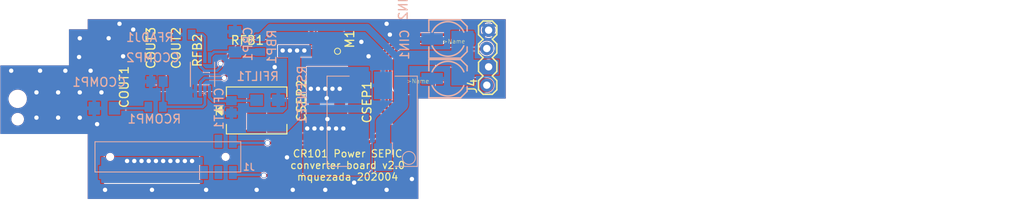
<source format=kicad_pcb>
(kicad_pcb (version 20171130) (host pcbnew "(5.1.5)-3")
  (layers (0 Top signal) (31 Bottom signal hide) (34 B.Paste user hide) (35 F.Paste user) (36 B.SilkS user hide) (37 F.SilkS user) (38 B.Mask user hide) (39 F.Mask user) (44 Edge.Cuts user))
  (net 0 "")
  (net 1 GND)
  (net 2 VCC)
  (net 3 5V)
  (net 4 /PowerBoard-Boost-v2_1/VCC_SENSE)
  (net 5 /PowerBoard-Boost-v2_1/BB)
  (net 6 /PowerBoard-Boost-v2_1/VIN)
  (net 7 /PowerBoard-Boost-v2_1/FA)
  (net 8 /PowerBoard-Boost-v2_1/DR)
  (net 9 /PowerBoard-Boost-v2_1/FB)
  (net 10 /PowerBoard-Boost-v2_1/COMP)
  (net 11 /PowerBoard-Boost-v2_1/ISEN)
  (net 12 /PowerBoard-Boost-v2_1/VIN3)
  (net 13 /PowerBoard-Boost-v2_1/VOUT)
  (net 14 /PowerBoard-Boost-v2_1/SOURCE)
  (net 15 /PowerBoard-Boost-v2_1/STAT)
  (net 16 "Net-(J1-Pad18)")
  (net 17 "Net-(J1-Pad17)")
  (net 18 "Net-(J1-Pad15)")
  (net 19 "Net-(CCOMP1-Pad1)")
  (module "" (layer Top) (at 115.90132 106.61573)
    (fp_text reference @HOLE0 hide)
    (fp_text value "" (at 0 0) (layer F.SilkS) (effects (font (size 1.27 1.27))))
    (pad "" np_thru_hole circle (at 0 0) (size 1.5 1.5) (drill 1.5) (layers *.Cu *.Mask))
  )
  (module "" (layer Top) (at 115.90132 103.79573)
    (fp_text reference @HOLE1 hide)
    (fp_text value "" (at 0 0) (layer F.SilkS) (effects (font (size 1.27 1.27))))
    (pad "" np_thru_hole circle (at 0 0) (size 2.3 2.3) (drill 2.3) (layers *.Cu *.Mask))
  )
  (module PowerBoard-Boost-v2:1X04_LOCK (layer Top) (at 181.00088 101.901399 90)
    (fp_text reference J4 (at -1.27 -1.397 90) (layer F.SilkS) (effects (font (size 1.2065 1.2065) (thickness 0.180975)) (justify left bottom)))
    (fp_text value CONN_04LOCK)
    (fp_line (start 8.89 -0.635) (end 8.89 0.635) (layer F.SilkS) (width 0.2032))
    (fp_line (start 0.635 1.27) (end -0.635 1.27) (layer F.SilkS) (width 0.2032))
    (fp_line (start -1.27 0.635) (end -0.635 1.27) (layer F.SilkS) (width 0.2032))
    (fp_line (start -0.635 -1.27) (end -1.27 -0.635) (layer F.SilkS) (width 0.2032))
    (fp_line (start -1.27 -0.635) (end -1.27 0.635) (layer F.SilkS) (width 0.2032))
    (fp_line (start 1.905 1.27) (end 1.27 0.635) (layer F.SilkS) (width 0.2032))
    (fp_line (start 3.175 1.27) (end 1.905 1.27) (layer F.SilkS) (width 0.2032))
    (fp_line (start 3.81 0.635) (end 3.175 1.27) (layer F.SilkS) (width 0.2032))
    (fp_line (start 3.175 -1.27) (end 3.81 -0.635) (layer F.SilkS) (width 0.2032))
    (fp_line (start 1.905 -1.27) (end 3.175 -1.27) (layer F.SilkS) (width 0.2032))
    (fp_line (start 1.27 -0.635) (end 1.905 -1.27) (layer F.SilkS) (width 0.2032))
    (fp_line (start 1.27 0.635) (end 0.635 1.27) (layer F.SilkS) (width 0.2032))
    (fp_line (start 0.635 -1.27) (end 1.27 -0.635) (layer F.SilkS) (width 0.2032))
    (fp_line (start -0.635 -1.27) (end 0.635 -1.27) (layer F.SilkS) (width 0.2032))
    (fp_line (start 8.255 1.27) (end 6.985 1.27) (layer F.SilkS) (width 0.2032))
    (fp_line (start 6.35 0.635) (end 6.985 1.27) (layer F.SilkS) (width 0.2032))
    (fp_line (start 6.985 -1.27) (end 6.35 -0.635) (layer F.SilkS) (width 0.2032))
    (fp_line (start 4.445 1.27) (end 3.81 0.635) (layer F.SilkS) (width 0.2032))
    (fp_line (start 5.715 1.27) (end 4.445 1.27) (layer F.SilkS) (width 0.2032))
    (fp_line (start 6.35 0.635) (end 5.715 1.27) (layer F.SilkS) (width 0.2032))
    (fp_line (start 5.715 -1.27) (end 6.35 -0.635) (layer F.SilkS) (width 0.2032))
    (fp_line (start 4.445 -1.27) (end 5.715 -1.27) (layer F.SilkS) (width 0.2032))
    (fp_line (start 3.81 -0.635) (end 4.445 -1.27) (layer F.SilkS) (width 0.2032))
    (fp_line (start 8.89 0.635) (end 8.255 1.27) (layer F.SilkS) (width 0.2032))
    (fp_line (start 8.255 -1.27) (end 8.89 -0.635) (layer F.SilkS) (width 0.2032))
    (fp_line (start 6.985 -1.27) (end 8.255 -1.27) (layer F.SilkS) (width 0.2032))
    (pad 4 thru_hole circle (at 7.62 0.127 180) (size 1.8796 1.8796) (drill 1.016) (layers *.Cu *.Mask) (net 1 GND))
    (pad 3 thru_hole circle (at 5.08 -0.127 180) (size 1.8796 1.8796) (drill 1.016) (layers *.Cu *.Mask) (net 4 /PowerBoard-Boost-v2_1/VCC_SENSE))
    (pad 2 thru_hole circle (at 2.54 0.127 180) (size 1.8796 1.8796) (drill 1.016) (layers *.Cu *.Mask) (net 5 /PowerBoard-Boost-v2_1/BB))
    (pad 1 thru_hole circle (at 0 -0.127 180) (size 1.8796 1.8796) (drill 1.016) (layers *.Cu *.Mask) (net 2 VCC))
  )
  (module PowerBoard-Boost-v2:DGK8-M (layer Bottom) (at 141.50088 100.401399 90)
    (fp_text reference U1 hide)
    (fp_text value LM3488QMM_NOPBDGK8-M hide)
    (fp_text user * (at -3.1496 1.3208 90) (layer B.SilkS) (effects (font (size 1.2065 1.2065) (thickness 0.0762)) (justify right bottom mirror)))
    (fp_line (start 1.6764 1.6764) (end -1.6764 1.6764) (layer B.SilkS) (width 0.1524))
    (fp_line (start -1.6764 -1.6764) (end 1.6764 -1.6764) (layer B.SilkS) (width 0.1524))
    (pad 8 smd rect (at 2.31335 0.975 90) (size 1.5279 0.481) (layers Bottom B.Paste B.Mask) (net 6 /PowerBoard-Boost-v2_1/VIN))
    (pad 7 smd rect (at 2.31335 0.325 90) (size 1.5279 0.481) (layers Bottom B.Paste B.Mask) (net 7 /PowerBoard-Boost-v2_1/FA))
    (pad 6 smd rect (at 2.31335 -0.325 90) (size 1.5279 0.481) (layers Bottom B.Paste B.Mask) (net 8 /PowerBoard-Boost-v2_1/DR))
    (pad 5 smd rect (at 2.31335 -0.975 90) (size 1.5279 0.481) (layers Bottom B.Paste B.Mask) (net 1 GND))
    (pad 4 smd rect (at -2.31335 -0.975 90) (size 1.5279 0.481) (layers Bottom B.Paste B.Mask) (net 1 GND))
    (pad 3 smd rect (at -2.31335 -0.325 90) (size 1.5279 0.481) (layers Bottom B.Paste B.Mask) (net 9 /PowerBoard-Boost-v2_1/FB))
    (pad 2 smd rect (at -2.31335 0.325 90) (size 1.5279 0.481) (layers Bottom B.Paste B.Mask) (net 10 /PowerBoard-Boost-v2_1/COMP))
    (pad 1 smd rect (at -2.31335 0.975 90) (size 1.5279 0.481) (layers Bottom B.Paste B.Mask) (net 11 /PowerBoard-Boost-v2_1/ISEN))
  )
  (module PowerBoard-Boost-v2:DRQ125 (layer Bottom) (at 165.00088 106.901399 90)
    (fp_text reference L1 hide)
    (fp_text value INDUCTOR_DUAL hide)
    (fp_line (start 6.25 6.25) (end 6.25 3.175) (layer B.SilkS) (width 0.127))
    (fp_line (start 6.25 -6.25) (end 6.25 -3.175) (layer B.SilkS) (width 0.127))
    (fp_line (start -6.25 -6.25) (end -6.25 -3.175) (layer B.SilkS) (width 0.127))
    (fp_line (start -6.25 6.25) (end -6.25 3.175) (layer B.SilkS) (width 0.127))
    (fp_circle (center -5.08 5.08) (end -4.181975 5.08) (layer B.SilkS) (width 0.127))
    (fp_line (start 6.25 -6.25) (end -6.25 -6.25) (layer B.SilkS) (width 0.127))
    (fp_line (start -6.25 6.25) (end 6.25 6.25) (layer B.SilkS) (width 0.127))
    (pad 3 smd rect (at 4.975 -1.5 90) (size 3.85 2.5) (layers Bottom B.Paste B.Mask) (net 12 /PowerBoard-Boost-v2_1/VIN3))
    (pad 2 smd rect (at -4.975 -1.5 90) (size 3.85 2.5) (layers Bottom B.Paste B.Mask) (net 13 /PowerBoard-Boost-v2_1/VOUT))
    (pad 4 smd rect (at 4.975 1.5 90) (size 3.85 2.5) (layers Bottom B.Paste B.Mask) (net 1 GND))
    (pad 1 smd rect (at -4.975 1.5 90) (size 3.85 2.5) (layers Bottom B.Paste B.Mask) (net 5 /PowerBoard-Boost-v2_1/BB))
  )
  (module PowerBoard-Boost-v2:C1206 (layer Top) (at 132.50088 102.401399 90)
    (fp_text reference COUT1 (at -2.77 -1.143 90) (layer F.SilkS) (effects (font (size 1.2065 1.2065) (thickness 0.180975)) (justify left bottom)))
    (fp_text value 47uF)
    (pad 2 smd rect (at 1.4 0 90) (size 1.6 1.8) (layers Top F.Paste F.Mask) (net 1 GND))
    (pad 1 smd rect (at -1.4 0 90) (size 1.6 1.8) (layers Top F.Paste F.Mask) (net 3 5V))
  )
  (module PowerBoard-Boost-v2:C1206 (layer Top) (at 138.50088 102.401399 90)
    (fp_text reference COUT2 (at 2.63 0.057 90) (layer F.SilkS) (effects (font (size 1.2065 1.2065) (thickness 0.180975)) (justify left bottom)))
    (fp_text value 47uF)
    (pad 2 smd rect (at 1.4 0 90) (size 1.6 1.8) (layers Top F.Paste F.Mask) (net 1 GND))
    (pad 1 smd rect (at -1.4 0 90) (size 1.6 1.8) (layers Top F.Paste F.Mask) (net 3 5V))
  )
  (module PowerBoard-Boost-v2:C1206 (layer Top) (at 135.50088 102.401399 90)
    (fp_text reference COUT3 (at 2.63 -0.443 90) (layer F.SilkS) (effects (font (size 1.2065 1.2065) (thickness 0.180975)) (justify left bottom)))
    (fp_text value 47uF)
    (pad 2 smd rect (at 1.4 0 90) (size 1.6 1.8) (layers Top F.Paste F.Mask) (net 1 GND))
    (pad 1 smd rect (at -1.4 0 90) (size 1.6 1.8) (layers Top F.Paste F.Mask) (net 3 5V))
  )
  (module PowerBoard-Boost-v2:C0805 (layer Bottom) (at 135.20088 101.401399 180)
    (fp_text reference CCOMP2 (at 4.40088 2.601399) (layer B.SilkS) (effects (font (size 1.2065 1.2065) (thickness 0.180975)) (justify right bottom mirror)))
    (fp_text value 15nF)
    (pad 2 smd rect (at 0.85 0 180) (size 1.3 1.5) (layers Bottom B.Paste B.Mask) (net 1 GND))
    (pad 1 smd rect (at -0.85 0 180) (size 1.3 1.5) (layers Bottom B.Paste B.Mask) (net 10 /PowerBoard-Boost-v2_1/COMP))
  )
  (module PowerBoard-Boost-v2:R1206 (layer Top) (at 141.50088 102.401399 270)
    (fp_text reference RFB2 (at -2.901399 0.00088 90) (layer F.SilkS) (effects (font (size 1.2065 1.2065) (thickness 0.180975)) (justify left bottom)))
    (fp_text value 29.4K)
    (pad 1 smd rect (at -1.422 0 270) (size 1.6 1.803) (layers Top F.Paste F.Mask) (net 9 /PowerBoard-Boost-v2_1/FB))
    (pad 2 smd rect (at 1.422 0 270) (size 1.6 1.803) (layers Top F.Paste F.Mask) (net 3 5V))
  )
  (module PowerBoard-Boost-v2:C0805 (layer Bottom) (at 145.50088 104.901399 270)
    (fp_text reference CFILT1 (at 3.298601 1.00088 270) (layer B.SilkS) (effects (font (size 1.2065 1.2065) (thickness 0.180975)) (justify right bottom mirror)))
    (fp_text value 1.5nF)
    (pad 2 smd rect (at 0.85 0 270) (size 1.3 1.5) (layers Bottom B.Paste B.Mask) (net 1 GND))
    (pad 1 smd rect (at -0.85 0 270) (size 1.3 1.5) (layers Bottom B.Paste B.Mask) (net 11 /PowerBoard-Boost-v2_1/ISEN))
  )
  (module PowerBoard-Boost-v2:R1206 (layer Bottom) (at 152.00088 105.401399 270)
    (fp_text reference RSENSE1 (at 1.998601 -3.99912 90) (layer B.SilkS) (effects (font (size 1.2065 1.2065) (thickness 0.180975)) (justify right bottom mirror)))
    (fp_text value 0.009)
    (pad 1 smd rect (at -1.422 0 270) (size 1.6 1.803) (layers Bottom B.Paste B.Mask) (net 1 GND))
    (pad 2 smd rect (at 1.422 0 270) (size 1.6 1.803) (layers Bottom B.Paste B.Mask) (net 14 /PowerBoard-Boost-v2_1/SOURCE))
  )
  (module PowerBoard-Boost-v2:C1206 (layer Bottom) (at 127.9 105.1 180)
    (fp_text reference CCOMP1 (at -3.1 2.9) (layer B.SilkS) (effects (font (size 1.2065 1.2065) (thickness 0.180975)) (justify left bottom mirror)))
    (fp_text value 0.47uF)
    (pad 2 smd rect (at 1.4 0 180) (size 1.6 1.8) (layers Bottom B.Paste B.Mask) (net 1 GND))
    (pad 1 smd rect (at -1.4 0 180) (size 1.6 1.8) (layers Bottom B.Paste B.Mask) (net 19 "Net-(CCOMP1-Pad1)"))
  )
  (module PowerBoard-Boost-v2:C0805 (layer Top) (at 160.50088 104.901399 90)
    (fp_text reference CSEP1 (at -2.389 4.484 90) (layer F.SilkS) (effects (font (size 1.2065 1.2065) (thickness 0.180975)) (justify left bottom)))
    (fp_text value 3.3uF)
    (pad 2 smd rect (at 0.85 0 90) (size 1.3 1.5) (layers Top F.Paste F.Mask) (net 12 /PowerBoard-Boost-v2_1/VIN3))
    (pad 1 smd rect (at -0.85 0 90) (size 1.3 1.5) (layers Top F.Paste F.Mask) (net 13 /PowerBoard-Boost-v2_1/VOUT))
  )
  (module PowerBoard-Boost-v2:C0805 (layer Top) (at 157.00088 104.901399 90)
    (fp_text reference CSEP2 (at -2.189 -1.116 90) (layer F.SilkS) (effects (font (size 1.2065 1.2065) (thickness 0.180975)) (justify left bottom)))
    (fp_text value 3.3uF)
    (pad 2 smd rect (at 0.85 0 90) (size 1.3 1.5) (layers Top F.Paste F.Mask) (net 12 /PowerBoard-Boost-v2_1/VIN3))
    (pad 1 smd rect (at -0.85 0 90) (size 1.3 1.5) (layers Top F.Paste F.Mask) (net 13 /PowerBoard-Boost-v2_1/VOUT))
  )
  (module PowerBoard-Boost-v2:R1206 (layer Top) (at 147.50088 99.401399 180)
    (fp_text reference RFB1 (at 2.20088 3.001399) (layer F.SilkS) (effects (font (size 1.2065 1.2065) (thickness 0.180975)) (justify left bottom)))
    (fp_text value 10k)
    (pad 1 smd rect (at -1.422 0 180) (size 1.6 1.803) (layers Top F.Paste F.Mask) (net 1 GND))
    (pad 2 smd rect (at 1.422 0 180) (size 1.6 1.803) (layers Top F.Paste F.Mask) (net 9 /PowerBoard-Boost-v2_1/FB))
  )
  (module PowerBoard-Boost-v2:C1206 (layer Bottom) (at 146.00088 95.901399 90)
    (fp_text reference CBP1 (at -2.798601 2.49912 90) (layer B.SilkS) (effects (font (size 1.2065 1.2065) (thickness 0.180975)) (justify right bottom mirror)))
    (fp_text value 0.1uF)
    (pad 2 smd rect (at 1.4 0 90) (size 1.6 1.8) (layers Bottom B.Paste B.Mask) (net 1 GND))
    (pad 1 smd rect (at -1.4 0 90) (size 1.6 1.8) (layers Bottom B.Paste B.Mask) (net 6 /PowerBoard-Boost-v2_1/VIN))
  )
  (module PowerBoard-Boost-v2:R1206 (layer Bottom) (at 149.00088 105.401399 90)
    (fp_text reference RFILT1 (at 4.001399 -2.90088 180) (layer B.SilkS) (effects (font (size 1.2065 1.2065) (thickness 0.180975)) (justify right bottom mirror)))
    (fp_text value 100)
    (pad 1 smd rect (at -1.422 0 90) (size 1.6 1.803) (layers Bottom B.Paste B.Mask) (net 14 /PowerBoard-Boost-v2_1/SOURCE))
    (pad 2 smd rect (at 1.422 0 90) (size 1.6 1.803) (layers Bottom B.Paste B.Mask) (net 11 /PowerBoard-Boost-v2_1/ISEN))
  )
  (module PowerBoard-Boost-v2:R0805 (layer Bottom) (at 139.00088 94.901399)
    (fp_text reference RFADJ1 (at -8.20088 1.098601 180) (layer B.SilkS) (effects (font (size 1.2065 1.2065) (thickness 0.180975)) (justify right bottom mirror)))
    (fp_text value 76.8K)
    (pad 2 smd rect (at 1 0) (size 1.1 1.4) (layers Bottom B.Paste B.Mask) (net 7 /PowerBoard-Boost-v2_1/FA))
    (pad 1 smd rect (at -1 0) (size 1.1 1.4) (layers Bottom B.Paste B.Mask) (net 1 GND))
  )
  (module PowerBoard-Boost-v2:R0805 (layer Bottom) (at 149.50088 96.301399 90)
    (fp_text reference RBP1 (at -2.798601 2.29912 90) (layer B.SilkS) (effects (font (size 1.2065 1.2065) (thickness 0.180975)) (justify right bottom mirror)))
    (fp_text value 20)
    (pad 2 smd rect (at 1 0 90) (size 1.1 1.4) (layers Bottom B.Paste B.Mask) (net 5 /PowerBoard-Boost-v2_1/BB))
    (pad 1 smd rect (at -1 0 90) (size 1.1 1.4) (layers Bottom B.Paste B.Mask) (net 6 /PowerBoard-Boost-v2_1/VIN))
  )
  (module PowerBoard-Boost-v2:R0805 (layer Bottom) (at 135.00088 104.901399)
    (fp_text reference RCOMP1 (at -4.00088 2.398601) (layer B.SilkS) (effects (font (size 1.2065 1.2065) (thickness 0.180975)) (justify right bottom mirror)))
    (fp_text value 215)
    (pad 2 smd rect (at 1 0) (size 1.1 1.4) (layers Bottom B.Paste B.Mask) (net 10 /PowerBoard-Boost-v2_1/COMP))
    (pad 1 smd rect (at -1 0) (size 1.1 1.4) (layers Bottom B.Paste B.Mask) (net 19 "Net-(CCOMP1-Pad1)"))
  )
  (module PowerBoard-Boost-v2:8SOIC (layer Top) (at 158.50088 97.901399 180)
    (fp_text reference M1 (at -4.09912 1.001399 90) (layer F.SilkS) (effects (font (size 1.2065 1.2065) (thickness 0.180975)) (justify left bottom)))
    (fp_text value MOSFET_NSI4778DY)
    (fp_circle (center -1.7 0.7) (end -1.275738 0.7) (layer F.SilkS) (width 0.127))
    (pad 5 smd rect (at 1.905 -2.6 180) (size 0.6 2.2) (layers Top F.Paste F.Mask) (net 12 /PowerBoard-Boost-v2_1/VIN3))
    (pad 6 smd rect (at 0.635 -2.6 180) (size 0.6 2.2) (layers Top F.Paste F.Mask) (net 12 /PowerBoard-Boost-v2_1/VIN3))
    (pad 8 smd rect (at -1.905 -2.6 180) (size 0.6 2.2) (layers Top F.Paste F.Mask) (net 12 /PowerBoard-Boost-v2_1/VIN3))
    (pad 4 smd rect (at 1.905 2.6 180) (size 0.6 2.2) (layers Top F.Paste F.Mask) (net 8 /PowerBoard-Boost-v2_1/DR))
    (pad 3 smd rect (at 0.635 2.6 180) (size 0.6 2.2) (layers Top F.Paste F.Mask) (net 14 /PowerBoard-Boost-v2_1/SOURCE))
    (pad 1 smd rect (at -1.905 2.6 180) (size 0.6 2.2) (layers Top F.Paste F.Mask) (net 14 /PowerBoard-Boost-v2_1/SOURCE))
    (pad 7 smd rect (at -0.635 -2.6 180) (size 0.6 2.2) (layers Top F.Paste F.Mask) (net 12 /PowerBoard-Boost-v2_1/VIN3))
    (pad 2 smd rect (at -0.635 2.6 180) (size 0.6 2.2) (layers Top F.Paste F.Mask) (net 14 /PowerBoard-Boost-v2_1/SOURCE))
  )
  (module PowerBoard-Boost-v2:DIODE_DO214AB-M (layer Top) (at 149.00088 105.401399)
    (fp_text reference D1 hide)
    (fp_text value SL44-E3_57TDIODE_DO214AB-M hide)
    (fp_line (start 4.191 -1.9304) (end 4.191 -3.2512) (layer F.SilkS) (width 0.1524))
    (fp_line (start -4.191 1.9304) (end -4.191 3.2512) (layer F.SilkS) (width 0.1524))
    (fp_line (start -4.191 -3.2512) (end -4.191 -1.9304) (layer F.SilkS) (width 0.1524))
    (fp_line (start 4.191 -3.2512) (end -4.191 -3.2512) (layer F.SilkS) (width 0.1524))
    (fp_line (start 4.191 3.2512) (end 4.191 1.9304) (layer F.SilkS) (width 0.1524))
    (fp_line (start -4.191 3.2512) (end 4.191 3.2512) (layer F.SilkS) (width 0.1524))
    (fp_line (start -4.826 -0.127) (end -4.826 0.127) (layer F.SilkS) (width 0.1524))
    (fp_line (start -5.588 0) (end -4.826 0.127) (layer F.SilkS) (width 0.1524))
    (fp_line (start -5.588 0) (end -4.826 0.254) (layer F.SilkS) (width 0.1524))
    (fp_line (start -5.588 0) (end -4.826 0.381) (layer F.SilkS) (width 0.1524))
    (fp_line (start -5.588 0) (end -4.826 0.508) (layer F.SilkS) (width 0.1524))
    (fp_line (start -5.588 0) (end -4.826 0.635) (layer F.SilkS) (width 0.1524))
    (fp_line (start -5.588 0) (end -4.826 -0.127) (layer F.SilkS) (width 0.1524))
    (fp_line (start -5.588 0) (end -4.826 -0.254) (layer F.SilkS) (width 0.1524))
    (fp_line (start -5.588 0) (end -4.826 -0.381) (layer F.SilkS) (width 0.1524))
    (fp_line (start -5.588 0) (end -4.826 -0.508) (layer F.SilkS) (width 0.1524))
    (fp_line (start -5.588 0) (end -4.826 -0.635) (layer F.SilkS) (width 0.1524))
    (fp_line (start -5.588 -0.635) (end -5.588 0) (layer F.SilkS) (width 0.1524))
    (fp_line (start -5.588 0) (end -5.842 0) (layer F.SilkS) (width 0.1524))
    (fp_line (start -4.826 0.508) (end -4.826 0.635) (layer F.SilkS) (width 0.1524))
    (fp_line (start -4.826 0.381) (end -4.826 0.508) (layer F.SilkS) (width 0.1524))
    (fp_line (start -4.826 0.254) (end -4.826 0.381) (layer F.SilkS) (width 0.1524))
    (fp_line (start -4.826 0.127) (end -4.826 0.254) (layer F.SilkS) (width 0.1524))
    (fp_line (start -4.826 -0.254) (end -4.826 -0.127) (layer F.SilkS) (width 0.1524))
    (fp_line (start -4.826 -0.381) (end -4.826 -0.254) (layer F.SilkS) (width 0.1524))
    (fp_line (start -4.826 -0.508) (end -4.826 -0.381) (layer F.SilkS) (width 0.1524))
    (fp_line (start -4.826 -0.635) (end -4.826 -0.508) (layer F.SilkS) (width 0.1524))
    (fp_line (start -5.588 0) (end -5.588 0.635) (layer F.SilkS) (width 0.1524))
    (fp_line (start -4.6482 0) (end -5.588 0) (layer F.SilkS) (width 0.1524))
    (pad 2 smd rect (at 3.027 0 90) (size 3.2204 2.574) (layers Top F.Paste F.Mask) (net 13 /PowerBoard-Boost-v2_1/VOUT))
    (pad 1 smd rect (at -3.027 0 90) (size 3.2204 2.574) (layers Top F.Paste F.Mask) (net 3 5V))
  )
  (module PowerBoard-Boost-v2:153CLV-0505 (layer Bottom) (at 175.5 101)
    (fp_text reference CIN1 (at -5.3 -2.5 -90) (layer B.SilkS) (effects (font (size 1.2065 1.2065) (thickness 0.180975)) (justify right bottom mirror)))
    (fp_text value 3.3uF)
    (fp_arc (start 0 0) (end -2.2 0.95) (angle -133.28887) (layer B.SilkS) (width 0.2032))
    (fp_arc (start 0 0) (end -2.2 -0.95) (angle 133.28887) (layer B.SilkS) (width 0.2032))
    (fp_line (start 1.75 2.65) (end 2.65 1.75) (layer B.SilkS) (width 0.2032))
    (fp_line (start 2.65 -1.75) (end 1.75 -2.65) (layer B.SilkS) (width 0.2032))
    (fp_line (start 2.65 -1.1) (end 2.65 -1.75) (layer B.SilkS) (width 0.2032))
    (fp_line (start 2.65 1.75) (end 2.65 1.1) (layer B.SilkS) (width 0.2032))
    (fp_line (start -2.65 2.65) (end 1.75 2.65) (layer B.SilkS) (width 0.2032))
    (fp_line (start -2.65 1.1) (end -2.65 2.65) (layer B.SilkS) (width 0.2032))
    (fp_line (start -2.65 -2.65) (end -2.65 -1.1) (layer B.SilkS) (width 0.2032))
    (fp_line (start 1.75 -2.65) (end -2.65 -2.65) (layer B.SilkS) (width 0.2032))
    (pad - smd rect (at -2.2 0) (size 3 1.6) (layers Bottom B.Paste B.Mask) (net 1 GND))
    (pad + smd rect (at 2.2 0) (size 3 1.6) (layers Bottom B.Paste B.Mask) (net 5 /PowerBoard-Boost-v2_1/BB))
  )
  (module PowerBoard-Boost-v2:153CLV-0505 (layer Bottom) (at 175.5 95.5)
    (fp_text reference CIN2 (at -5.5 -2.5 -90) (layer B.SilkS) (effects (font (size 1.2065 1.2065) (thickness 0.180975)) (justify right bottom mirror)))
    (fp_text value 3.3uF)
    (fp_arc (start 0 0) (end -2.2 0.95) (angle -133.28887) (layer B.SilkS) (width 0.2032))
    (fp_arc (start 0 0) (end -2.2 -0.95) (angle 133.28887) (layer B.SilkS) (width 0.2032))
    (fp_line (start 1.75 2.65) (end 2.65 1.75) (layer B.SilkS) (width 0.2032))
    (fp_line (start 2.65 -1.75) (end 1.75 -2.65) (layer B.SilkS) (width 0.2032))
    (fp_line (start 2.65 -1.1) (end 2.65 -1.75) (layer B.SilkS) (width 0.2032))
    (fp_line (start 2.65 1.75) (end 2.65 1.1) (layer B.SilkS) (width 0.2032))
    (fp_line (start -2.65 2.65) (end 1.75 2.65) (layer B.SilkS) (width 0.2032))
    (fp_line (start -2.65 1.1) (end -2.65 2.65) (layer B.SilkS) (width 0.2032))
    (fp_line (start -2.65 -2.65) (end -2.65 -1.1) (layer B.SilkS) (width 0.2032))
    (fp_line (start 1.75 -2.65) (end -2.65 -2.65) (layer B.SilkS) (width 0.2032))
    (pad - smd rect (at -2.2 0) (size 3 1.6) (layers Bottom B.Paste B.Mask) (net 1 GND))
    (pad + smd rect (at 2.2 0) (size 3 1.6) (layers Bottom B.Paste B.Mask) (net 5 /PowerBoard-Boost-v2_1/BB))
  )
  (module PowerBoard-Boost-v2:TEST_POINT_ROUND_1MM (layer Top) (at 171.00088 100.401399)
    (fp_text reference TP1 hide)
    (fp_text value Charger+ hide)
    (fp_text user >Name (at -1.27 1.27) (layer F.SilkS) (effects (font (size 0.57912 0.57912) (thickness 0.048768)) (justify left bottom)))
    (pad 1 smd roundrect (at 0 0) (size 1 1) (layers Top F.Paste F.Mask) (roundrect_rratio 0.5) (net 2 VCC))
  )
  (module PowerBoard-Boost-v2:2X10-2MM (layer Bottom) (at 136.70088 111.833469)
    (fp_text reference J1 hide)
    (fp_text value 2X10-2MMSMD hide)
    (fp_line (start -10.095 2.095) (end -10.095 -2.095) (layer B.SilkS) (width 0.127))
    (fp_line (start 10.095 2.095) (end 10.095 -2.095) (layer B.SilkS) (width 0.127))
    (fp_line (start -10.095 2.095) (end 10.095 2.095) (layer B.SilkS) (width 0.127))
    (fp_line (start -10.095 -2.095) (end 10.095 -2.095) (layer B.SilkS) (width 0.127))
    (fp_text user J1 (at 10.29912 1.966531) (layer B.SilkS) (effects (font (size 0.95 0.95) (thickness 0.17)) (justify right bottom mirror)))
    (pad "" np_thru_hole circle (at 8 0) (size 0.89 0.89) (drill 0.89) (layers *.Cu *.Mask))
    (pad "" np_thru_hole circle (at -8 0) (size 0.89 0.89) (drill 0.89) (layers *.Cu *.Mask))
    (pad 9 smd rect (at -1 2.16 270) (size 1.83 1.12) (layers Bottom B.Paste B.Mask) (net 3 5V))
    (pad 7 smd rect (at -3 2.16 270) (size 1.83 1.12) (layers Bottom B.Paste B.Mask) (net 3 5V))
    (pad 5 smd rect (at -5 2.16 270) (size 1.83 1.12) (layers Bottom B.Paste B.Mask) (net 3 5V))
    (pad 3 smd rect (at -7 2.16 270) (size 1.83 1.12) (layers Bottom B.Paste B.Mask) (net 3 5V))
    (pad 1 smd rect (at -9 2.16 270) (size 1.83 1.12) (layers Bottom B.Paste B.Mask) (net 3 5V))
    (pad 11 smd rect (at 1 2.16 270) (size 1.83 1.12) (layers Bottom B.Paste B.Mask) (net 3 5V))
    (pad 13 smd rect (at 3 2.16 270) (size 1.83 1.12) (layers Bottom B.Paste B.Mask) (net 3 5V))
    (pad 15 smd rect (at 5 2.16 270) (size 1.83 1.12) (layers Bottom B.Paste B.Mask) (net 18 "Net-(J1-Pad15)"))
    (pad 17 smd rect (at 7 2.16 270) (size 1.83 1.12) (layers Bottom B.Paste B.Mask) (net 17 "Net-(J1-Pad17)"))
    (pad 19 smd rect (at 9 2.16 270) (size 1.83 1.12) (layers Bottom B.Paste B.Mask) (net 4 /PowerBoard-Boost-v2_1/VCC_SENSE))
    (pad 2 smd rect (at -9 -2.16 270) (size 1.83 1.12) (layers Bottom B.Paste B.Mask) (net 1 GND))
    (pad 4 smd rect (at -7 -2.16 270) (size 1.83 1.12) (layers Bottom B.Paste B.Mask) (net 1 GND))
    (pad 6 smd rect (at -5 -2.16 270) (size 1.83 1.12) (layers Bottom B.Paste B.Mask) (net 1 GND))
    (pad 8 smd rect (at -3 -2.16 270) (size 1.83 1.12) (layers Bottom B.Paste B.Mask) (net 1 GND))
    (pad 10 smd rect (at -1 -2.16 270) (size 1.83 1.12) (layers Bottom B.Paste B.Mask) (net 1 GND))
    (pad 12 smd rect (at 1 -2.16 270) (size 1.83 1.12) (layers Bottom B.Paste B.Mask) (net 1 GND))
    (pad 14 smd rect (at 3 -2.16 270) (size 1.83 1.12) (layers Bottom B.Paste B.Mask) (net 1 GND))
    (pad 16 smd rect (at 5 -2.16 270) (size 1.83 1.12) (layers Bottom B.Paste B.Mask) (net 1 GND))
    (pad 18 smd rect (at 7 -2.16 270) (size 1.83 1.12) (layers Bottom B.Paste B.Mask) (net 16 "Net-(J1-Pad18)"))
    (pad 20 smd rect (at 9 -2.16 270) (size 1.83 1.12) (layers Bottom B.Paste B.Mask) (net 15 /PowerBoard-Boost-v2_1/STAT))
  )
  (module PowerBoard-Boost-v2:TEST_POINT_ROUND_1MM (layer Top) (at 176.00088 94.901399)
    (fp_text reference TP2 hide)
    (fp_text value STAT hide)
    (fp_text user >Name (at -1.27 1.27) (layer F.SilkS) (effects (font (size 0.57912 0.57912) (thickness 0.048768)) (justify left bottom)))
    (pad 1 smd roundrect (at 0 0) (size 1 1) (layers Top F.Paste F.Mask) (roundrect_rratio 0.5) (net 15 /PowerBoard-Boost-v2_1/STAT))
  )
  (gr_text "CR101 Power SEPIC\nconverter board v2.0\nmquezada 202004" (at 161.6 113) (layer F.SilkS) (effects (font (size 1 1))))
  (gr_line (start 183.5 103.763468) (end 183.5 92.763468) (layer Edge.Cuts) (width 0.001))
  (gr_line (start 171.40132 117.663468) (end 171.40132 103.763468) (layer Edge.Cuts) (width 0.001))
  (gr_line (start 113.50132 99.163468) (end 113.50132 108.663468) (layer Edge.Cuts) (width 0.001))
  (gr_line (start 113.50132 108.663468) (end 125.60132 108.663468) (layer Edge.Cuts) (width 0.001))
  (gr_line (start 171.40132 103.763468) (end 183.5 103.763468) (layer Edge.Cuts) (width 0.001))
  (gr_line (start 125.60132 92.763468) (end 125.60132 94.163468) (layer Edge.Cuts) (width 0.001))
  (gr_line (start 125.60132 117.663468) (end 171.40132 117.663468) (layer Edge.Cuts) (width 0.001))
  (gr_line (start 125.60132 108.663468) (end 125.60132 117.663468) (layer Edge.Cuts) (width 0.001))
  (gr_line (start 123.00132 99.163468) (end 113.50132 99.163468) (layer Edge.Cuts) (width 0.001))
  (gr_line (start 125.60132 94.163468) (end 123.00132 94.163468) (layer Edge.Cuts) (width 0.001))
  (gr_line (start 183.5 92.763468) (end 125.60132 92.763468) (layer Edge.Cuts) (width 0.001))
  (gr_line (start 123.00132 94.163468) (end 123.00132 99.163468) (layer Edge.Cuts) (width 0.001))
  (via (at 128.00088 116.401399) (size 0.7524) (drill 0.6) (layers Top Bottom) (net 1))
  (via (at 149.00088 116.401399) (size 0.7524) (drill 0.6) (layers Top Bottom) (net 1))
  (via (at 153.2 111.9) (size 0.7524) (drill 0.6) (layers Top Bottom) (net 1))
  (via (at 151.50088 99.401399) (size 0.7524) (drill 0.6) (layers Top Bottom) (net 1))
  (via (at 167.00088 93.401399) (size 0.7524) (drill 0.6) (layers Top Bottom) (net 1))
  (via (at 163.50088 95.901399) (size 0.7524) (drill 0.6) (layers Top Bottom) (net 1))
  (via (at 162.50088 115.401399) (size 0.7524) (drill 0.6) (layers Top Bottom) (net 1))
  (via (at 170.50088 114.901399) (size 0.7524) (drill 0.6) (layers Top Bottom) (net 1))
  (via (at 167.00088 116.401399) (size 0.7524) (drill 0.6) (layers Top Bottom) (net 1))
  (via (at 167.45088 94.901399) (size 0.7524) (drill 0.6) (layers Top Bottom) (net 1))
  (via (at 158.50088 116.401399) (size 0.7524) (drill 0.6) (layers Top Bottom) (net 1))
  (via (at 130.00088 93.401399) (size 0.7524) (drill 0.6) (layers Top Bottom) (net 1))
  (via (at 164.50088 97.901399) (size 0.7524) (drill 0.6) (layers Top Bottom) (net 1))
  (via (at 154.00088 116.401399) (size 0.7524) (drill 0.6) (layers Top Bottom) (net 1))
  (via (at 142.00088 116.401399) (size 0.7524) (drill 0.6) (layers Top Bottom) (net 1))
  (via (at 134.50088 116.401399) (size 0.7524) (drill 0.6) (layers Top Bottom) (net 1))
  (via (at 119.00088 99.901399) (size 0.7524) (drill 0.6) (layers Top Bottom) (net 1))
  (via (at 115.00088 99.901399) (size 0.7524) (drill 0.6) (layers Top Bottom) (net 1))
  (via (at 122.50088 99.901399) (size 0.7524) (drill 0.6) (layers Top Bottom) (net 1))
  (via (at 131.9 94.2) (size 0.7524) (drill 0.6) (layers Top Bottom) (net 1))
  (via (at 127.50088 102.901399) (size 0.7524) (drill 0.6) (layers Top Bottom) (net 1))
  (via (at 128.50088 95.401399) (size 0.7524) (drill 0.6) (layers Top Bottom) (net 1))
  (via (at 126.9 107.3) (size 0.7524) (drill 0.6) (layers Top Bottom) (net 1))
  (via (at 124.50088 106.401399) (size 0.7524) (drill 0.6) (layers Top Bottom) (net 1))
  (via (at 126.00088 99.901399) (size 0.7524) (drill 0.6) (layers Top Bottom) (net 1))
  (via (at 124.50088 102.901399) (size 0.7524) (drill 0.6) (layers Top Bottom) (net 1))
  (via (at 121.50088 106.401399) (size 0.7524) (drill 0.6) (layers Top Bottom) (net 1))
  (via (at 130.50088 97.901399) (size 0.7524) (drill 0.6) (layers Top Bottom) (net 1))
  (via (at 121.50088 102.901399) (size 0.7524) (drill 0.6) (layers Top Bottom) (net 1))
  (via (at 118.50088 102.901399) (size 0.7524) (drill 0.6) (layers Top Bottom) (net 1))
  (via (at 118.50088 106.401399) (size 0.7524) (drill 0.6) (layers Top Bottom) (net 1))
  (via (at 124.50088 95.401399) (size 0.7524) (drill 0.6) (layers Top Bottom) (net 1))
  (via (at 124.40088 98.001399) (size 0.7524) (drill 0.6) (layers Top Bottom) (net 1))
  (segment (start 180.87388 101.901399) (end 177.00088 101.901399) (width 2) (layer Top) (net 2))
  (segment (start 177.00088 101.901399) (end 175.50088 100.401399) (width 2) (layer Top) (net 2))
  (segment (start 175.50088 100.401399) (end 171.00088 100.401399) (width 2) (layer Top) (net 2))
  (via (at 131.05088 112.401399) (size 0.7524) (drill 0.6) (layers Top Bottom) (net 3))
  (via (at 132.05088 112.401399) (size 0.7524) (drill 0.6) (layers Top Bottom) (net 3))
  (via (at 133.05088 112.401399) (size 0.7524) (drill 0.6) (layers Top Bottom) (net 3))
  (via (at 134.05088 112.401399) (size 0.7524) (drill 0.6) (layers Top Bottom) (net 3))
  (via (at 135.05088 112.401399) (size 0.7524) (drill 0.6) (layers Top Bottom) (net 3))
  (via (at 136.05088 112.401399) (size 0.7524) (drill 0.6) (layers Top Bottom) (net 3))
  (via (at 137.05088 112.401399) (size 0.7524) (drill 0.6) (layers Top Bottom) (net 3))
  (via (at 138.05088 112.401399) (size 0.7524) (drill 0.6) (layers Top Bottom) (net 3))
  (via (at 139.05088 112.401399) (size 0.7524) (drill 0.6) (layers Top Bottom) (net 3))
  (via (at 140.05088 112.401399) (size 0.7524) (drill 0.6) (layers Top Bottom) (net 3))
  (segment (start 145.70088 114.311399) (end 149.91088 114.311399) (width 0.4) (layer Bottom) (net 4))
  (segment (start 149.91088 114.311399) (end 150.00088 114.401399) (width 0.4) (layer Bottom) (net 4))
  (via (at 150.00088 114.401399) (size 0.7524) (drill 0.6) (layers Top Bottom) (net 4))
  (segment (start 150.00088 114.401399) (end 164.50088 114.401399) (width 0.4) (layer Top) (net 4))
  (segment (start 164.50088 114.401399) (end 167.50088 111.401399) (width 0.4) (layer Top) (net 4))
  (segment (start 167.50088 111.401399) (end 167.50088 97.901399) (width 0.4) (layer Top) (net 4))
  (segment (start 167.50088 97.901399) (end 169.00088 96.401399) (width 0.4) (layer Top) (net 4))
  (segment (start 169.00088 96.401399) (end 177.50088 96.401399) (width 0.4) (layer Top) (net 4))
  (segment (start 177.50088 96.401399) (end 178.00088 96.901399) (width 0.4) (layer Top) (net 4))
  (segment (start 178.00088 96.901399) (end 180.79388 96.901399) (width 0.4) (layer Top) (net 4))
  (segment (start 180.79388 96.901399) (end 180.87388 96.821399) (width 0.4) (layer Top) (net 4))
  (segment (start 169.00088 98.101399) (end 177.30088 98.101399) (width 2) (layer Bottom) (net 5))
  (segment (start 177.30088 98.101399) (end 177.40088 98.201399) (width 2) (layer Bottom) (net 5))
  (segment (start 177.40088 98.201399) (end 177.40088 100.601399) (width 2) (layer Bottom) (net 5))
  (segment (start 177.40088 100.601399) (end 177.70088 100.901399) (width 2) (layer Bottom) (net 5))
  (segment (start 164.30088 93.901399) (end 168.50088 98.101399) (width 1) (layer Bottom) (net 5))
  (segment (start 164.30088 93.901399) (end 150.90088 93.901399) (width 1) (layer Bottom) (net 5))
  (segment (start 150.90088 93.901399) (end 149.50088 95.301399) (width 1) (layer Bottom) (net 5))
  (segment (start 169.00088 104.569369) (end 169.00088 98.101399) (width 2) (layer Bottom) (net 5))
  (segment (start 166.50088 107.069369) (end 169.00088 104.569369) (width 2) (layer Bottom) (net 5))
  (segment (start 166.50088 111.876399) (end 166.50088 107.069369) (width 2) (layer Bottom) (net 5))
  (segment (start 142.47588 98.088049) (end 142.47588 97.926399) (width 0.4) (layer Bottom) (net 6))
  (segment (start 142.47588 97.926399) (end 143.10088 97.301399) (width 0.4) (layer Bottom) (net 6))
  (segment (start 143.10088 97.301399) (end 146.00088 97.301399) (width 0.4) (layer Bottom) (net 6))
  (segment (start 149.50088 97.301399) (end 146.00088 97.301399) (width 1) (layer Bottom) (net 6))
  (segment (start 141.82588 98.088049) (end 141.82588 95.226399) (width 0.4) (layer Bottom) (net 7))
  (segment (start 141.82588 95.226399) (end 141.50088 94.901399) (width 0.4) (layer Bottom) (net 7))
  (segment (start 141.50088 94.901399) (end 140.00088 94.901399) (width 0.4) (layer Bottom) (net 7))
  (segment (start 156.59588 95.301399) (end 147.60088 95.301399) (width 0.4) (layer Top) (net 8))
  (segment (start 147.60088 95.301399) (end 144.00088 98.901399) (width 0.4) (layer Top) (net 8))
  (via (at 144.00088 98.901399) (size 0.7524) (drill 0.6) (layers Top Bottom) (net 8))
  (segment (start 144.00088 98.901399) (end 144.00088 99.401399) (width 0.4) (layer Bottom) (net 8))
  (segment (start 144.00088 99.401399) (end 143.50088 99.901399) (width 0.4) (layer Bottom) (net 8))
  (segment (start 143.50088 99.901399) (end 141.80088 99.901399) (width 0.4) (layer Bottom) (net 8))
  (segment (start 141.80088 99.901399) (end 141.20088 99.301399) (width 0.4) (layer Bottom) (net 8))
  (segment (start 141.20088 99.301399) (end 141.20088 98.113049) (width 0.4) (layer Bottom) (net 8))
  (segment (start 141.20088 98.113049) (end 141.17588 98.088049) (width 0.4) (layer Bottom) (net 8))
  (segment (start 146.07888 99.401399) (end 145.50088 99.901399) (width 0.4) (layer Top) (net 9))
  (segment (start 145.50088 99.901399) (end 144.50088 100.901399) (width 0.4) (layer Top) (net 9))
  (via (at 144.50088 100.901399) (size 0.7524) (drill 0.6) (layers Top Bottom) (net 9))
  (segment (start 144.50088 100.901399) (end 141.80088 100.901399) (width 0.4) (layer Bottom) (net 9))
  (segment (start 141.80088 100.901399) (end 141.20088 101.501399) (width 0.4) (layer Bottom) (net 9))
  (segment (start 141.20088 101.501399) (end 141.20088 102.689749) (width 0.4) (layer Bottom) (net 9))
  (segment (start 141.20088 102.689749) (end 141.17588 102.714749) (width 0.4) (layer Bottom) (net 9))
  (segment (start 141.50088 100.979399) (end 144.42288 100.979399) (width 0.4) (layer Top) (net 9))
  (segment (start 144.42288 100.979399) (end 144.50088 100.901399) (width 0.4) (layer Top) (net 9))
  (segment (start 141.82588 102.714749) (end 141.82588 104.576399) (width 0.4) (layer Bottom) (net 10))
  (segment (start 141.82588 104.576399) (end 141.50088 104.901399) (width 0.4) (layer Bottom) (net 10))
  (segment (start 141.50088 104.901399) (end 136.00088 104.901399) (width 0.4) (layer Bottom) (net 10))
  (segment (start 136.05088 101.401399) (end 136.05088 104.851399) (width 0.4) (layer Bottom) (net 10))
  (segment (start 136.05088 104.851399) (end 136.00088 104.901399) (width 0.4) (layer Bottom) (net 10))
  (segment (start 142.47588 102.714749) (end 142.47588 103.576399) (width 0.4) (layer Bottom) (net 11))
  (segment (start 142.47588 103.576399) (end 143.00088 104.101399) (width 0.4) (layer Bottom) (net 11))
  (segment (start 143.00088 104.101399) (end 145.45088 104.101399) (width 0.4) (layer Bottom) (net 11))
  (segment (start 145.45088 104.101399) (end 145.50088 104.051399) (width 0.4) (layer Bottom) (net 11))
  (segment (start 145.50088 104.051399) (end 148.92888 104.051399) (width 0.4) (layer Bottom) (net 11))
  (segment (start 148.92888 104.051399) (end 149.00088 103.979399) (width 0.4) (layer Bottom) (net 11))
  (via (at 156.50088 102.401399) (size 0.7524) (drill 0.6) (layers Top Bottom) (net 12))
  (via (at 157.50088 102.401399) (size 0.7524) (drill 0.6) (layers Top Bottom) (net 12))
  (via (at 158.50088 102.401399) (size 0.7524) (drill 0.6) (layers Top Bottom) (net 12))
  (via (at 159.50088 102.401399) (size 0.7524) (drill 0.6) (layers Top Bottom) (net 12))
  (via (at 160.50088 102.401399) (size 0.7524) (drill 0.6) (layers Top Bottom) (net 12))
  (via (at 158.70088 103.701399) (size 0.7524) (drill 0.6) (layers Top Bottom) (net 12))
  (via (at 156.00088 107.901399) (size 0.7524) (drill 0.6) (layers Top Bottom) (net 13))
  (via (at 157.00088 107.901399) (size 0.7524) (drill 0.6) (layers Top Bottom) (net 13))
  (via (at 158.00088 107.901399) (size 0.7524) (drill 0.6) (layers Top Bottom) (net 13))
  (via (at 159.00088 107.901399) (size 0.7524) (drill 0.6) (layers Top Bottom) (net 13))
  (via (at 160.00088 107.901399) (size 0.7524) (drill 0.6) (layers Top Bottom) (net 13))
  (via (at 161.00088 107.901399) (size 0.7524) (drill 0.6) (layers Top Bottom) (net 13))
  (via (at 158.80088 106.601399) (size 0.7524) (drill 0.6) (layers Top Bottom) (net 13))
  (segment (start 149.00088 106.823399) (end 152.00088 106.823399) (width 0.4) (layer Bottom) (net 14))
  (via (at 153.60088 97.101399) (size 0.7524) (drill 0.6) (layers Top Bottom) (net 14))
  (via (at 154.60088 97.101399) (size 0.7524) (drill 0.6) (layers Top Bottom) (net 14))
  (via (at 155.60088 97.101399) (size 0.7524) (drill 0.6) (layers Top Bottom) (net 14))
  (via (at 152.60088 97.101399) (size 0.7524) (drill 0.6) (layers Top Bottom) (net 14))
  (segment (start 176.00088 94.901399) (end 169.00088 94.901399) (width 0.4) (layer Top) (net 15))
  (segment (start 169.00088 94.901399) (end 166.50088 97.401399) (width 0.4) (layer Top) (net 15))
  (segment (start 166.50088 97.401399) (end 166.50088 107.901399) (width 0.4) (layer Top) (net 15))
  (segment (start 166.50088 107.901399) (end 164.50088 109.901399) (width 0.4) (layer Top) (net 15))
  (segment (start 164.50088 109.901399) (end 150.50088 109.901399) (width 0.4) (layer Top) (net 15))
  (via (at 150.50088 109.901399) (size 0.7524) (drill 0.6) (layers Top Bottom) (net 15))
  (segment (start 150.50088 109.901399) (end 146.59088 109.901399) (width 0.4) (layer Bottom) (net 15))
  (segment (start 146.59088 109.901399) (end 145.70088 109.991399) (width 0.4) (layer Bottom) (net 15))
  (segment (start 133.802279 105.1) (end 134.00088 104.901399) (width 0.4) (layer Bottom) (net 19))
  (segment (start 129.3 105.1) (end 133.802279 105.1) (width 0.4) (layer Bottom) (net 19))
  (zone (net 1) (net_name GND) (layer Top) (priority 4) (connect_pads (clearance 0.000001)) (min_thickness 0.05) (fill yes (arc_segments 32) (thermal_gap 0.15) (thermal_bridge_width 0.5))
    (polygon (pts (xy 183.55088 103.951399) (xy 172.05088 103.951399) (xy 172.05088 117.951399) (xy 125.45088 117.951399) (xy 125.45088 108.951399) (xy 113.45088 108.951399) (xy 113.45088 98.851399) (xy 122.95088 98.851399) (xy 122.95088 93.351399) (xy 125.45088 93.351399) (xy 125.45088 91.851399) (xy 183.55088 91.851399)))
  )
  (zone (net 1) (net_name GND) (layer Bottom) (priority 4) (connect_pads (clearance 0.000001)) (min_thickness 0.05) (fill yes (arc_segments 32) (thermal_gap 0.15) (thermal_bridge_width 0.5))
    (polygon (pts (xy 183.55088 103.951399) (xy 172.05088 103.951399) (xy 172.05088 117.951399) (xy 125.45088 117.951399) (xy 125.45088 108.951399) (xy 113.45088 108.951399) (xy 113.45088 98.851399) (xy 122.95088 98.851399) (xy 122.95088 93.351399) (xy 125.45088 93.351399) (xy 125.45088 91.851399) (xy 183.55088 91.851399)))
  )
  (zone (net 1) (net_name GND) (layer Bottom) (priority 4) (connect_pads yes (clearance 0.000001)) (min_thickness 0.05) (fill yes (arc_segments 32) (thermal_gap 0.508) (thermal_bridge_width 0.508))
    (polygon (pts (xy 143.402698 111.451399) (xy 126.552634 111.451399) (xy 126.449062 108.551399) (xy 143.299126 108.551399)))
  )
  (zone (net 2) (net_name VCC) (layer Top) (priority 6) (connect_pads yes (clearance 0.000001)) (min_thickness 0.05) (fill yes (arc_segments 32) (thermal_gap 0.508) (thermal_bridge_width 0.508))
    (polygon (pts (xy 172.69391 97.474202) (xy 172.928447 97.545348) (xy 173.144597 97.660882) (xy 173.334054 97.816367) (xy 173.489539 98.005824) (xy 173.606247 98.224172) (xy 173.7 98.695496) (xy 173.7 101.802877) (xy 173.674298 102.06384) (xy 173.59746 102.317136) (xy 173.472685 102.550575) (xy 173.304765 102.755186) (xy 173.100154 102.923106) (xy 172.864517 103.049056) (xy 172.354925 103.150421) (xy 168.947192 103.150421) (xy 168.694031 103.121897) (xy 168.450897 103.03682) (xy 168.232789 102.899775) (xy 168.050646 102.717632) (xy 167.912078 102.497101) (xy 167.8 102.006055) (xy 167.8 98.797965) (xy 167.825702 98.537002) (xy 167.90254 98.283706) (xy 168.027315 98.050267) (xy 168.195235 97.845656) (xy 168.399846 97.677736) (xy 168.635483 97.551786) (xy 169.145075 97.450421) (xy 172.452456 97.450421)))
  )
  (zone (net 5) (net_name /PowerBoard-Boost-v2_1/BB) (layer Bottom) (priority 6) (connect_pads yes (clearance 0.000001)) (min_thickness 0.05) (fill yes (arc_segments 32) (thermal_gap 0.508) (thermal_bridge_width 0.508))
    (polygon (pts (xy 179.05088 98.351399) (xy 182.55088 98.351399) (xy 182.55088 100.451399) (xy 179.05088 100.451399) (xy 179.05088 101.951399) (xy 175.95088 101.951399) (xy 175.95088 94.351399) (xy 179.05088 94.351399)))
  )
  (zone (net 14) (net_name /PowerBoard-Boost-v2_1/SOURCE) (layer Top) (priority 6) (connect_pads yes (clearance 0.000001)) (min_thickness 0.05) (fill yes (arc_segments 32) (thermal_gap 0.508) (thermal_bridge_width 0.508))
    (polygon (pts (xy 161.05088 97.951399) (xy 151.95088 97.951399) (xy 151.95088 96.351399) (xy 156.05088 96.351399) (xy 156.05088 96.851399) (xy 157.45088 96.851399) (xy 157.45088 93.851399) (xy 161.05088 93.851399)))
  )
  (zone (net 14) (net_name /PowerBoard-Boost-v2_1/SOURCE) (layer Bottom) (priority 6) (connect_pads yes (clearance 0.000001)) (min_thickness 0.05) (fill yes (arc_segments 32) (thermal_gap 0.508) (thermal_bridge_width 0.508))
    (polygon (pts (xy 156.55088 97.951399) (xy 155.05088 97.951399) (xy 155.05088 106.52211) (xy 153.221591 108.351399) (xy 147.65088 108.351399) (xy 147.65088 105.851399) (xy 152.68017 105.851399) (xy 153.35088 105.180689) (xy 153.35088 98.051399) (xy 151.95088 98.051399) (xy 151.95088 96.351399) (xy 156.55088 96.351399)))
  )
  (zone (net 12) (net_name /PowerBoard-Boost-v2_1/VIN3) (layer Top) (priority 6) (connect_pads yes (clearance 0.000001)) (min_thickness 0.05) (fill yes (arc_segments 32) (thermal_gap 0.508) (thermal_bridge_width 0.508))
    (polygon (pts (xy 161.55088 104.451399) (xy 155.95088 104.451399) (xy 155.95088 99.351399) (xy 161.55088 99.351399)))
  )
  (zone (net 12) (net_name /PowerBoard-Boost-v2_1/VIN3) (layer Bottom) (priority 6) (connect_pads yes (clearance 0.000001)) (min_thickness 0.05) (fill yes (arc_segments 32) (thermal_gap 0.508) (thermal_bridge_width 0.508))
    (polygon (pts (xy 164.55088 104.451399) (xy 155.95088 104.451399) (xy 155.95088 99.351399) (xy 164.55088 99.351399)))
  )
  (zone (net 13) (net_name /PowerBoard-Boost-v2_1/VOUT) (layer Top) (priority 6) (connect_pads yes (clearance 0.000001)) (min_thickness 0.05) (fill yes (arc_segments 32) (thermal_gap 0.508) (thermal_bridge_width 0.508))
    (polygon (pts (xy 155.55088 105.351399) (xy 161.55088 105.351399) (xy 161.55088 108.451399) (xy 150.45088 108.451399) (xy 150.45088 103.851399) (xy 155.55088 103.851399)))
  )
  (zone (net 13) (net_name /PowerBoard-Boost-v2_1/VOUT) (layer Bottom) (priority 6) (connect_pads yes (clearance 0.000001)) (min_thickness 0.05) (fill yes (arc_segments 32) (thermal_gap 0.508) (thermal_bridge_width 0.508))
    (polygon (pts (xy 164.55088 114.451399) (xy 155.45088 114.451399) (xy 155.45088 105.851399) (xy 164.55088 105.851399)))
  )
  (zone (net 3) (net_name 5V) (layer Top) (priority 6) (connect_pads yes (clearance 0.000001)) (min_thickness 0.05) (fill yes (arc_segments 32) (thermal_gap 0.508) (thermal_bridge_width 0.508))
    (polygon (pts (xy 147.55088 107.951399) (xy 130.95088 107.951399) (xy 130.95088 102.851399) (xy 147.55088 102.851399)))
  )
  (zone (net 3) (net_name 5V) (layer Top) (priority 6) (connect_pads yes (clearance 0.000001)) (min_thickness 0.05) (fill yes (arc_segments 32) (thermal_gap 0.508) (thermal_bridge_width 0.508))
    (polygon (pts (xy 141.05088 115.451399) (xy 127.95088 115.451399) (xy 127.95088 107.351399) (xy 141.05088 107.351399)))
  )
  (zone (net 3) (net_name 5V) (layer Bottom) (priority 6) (connect_pads yes (clearance 0.000001)) (min_thickness 0.05) (fill yes (arc_segments 32) (thermal_gap 0.508) (thermal_bridge_width 0.508))
    (polygon (pts (xy 141.55088 115.451399) (xy 127.45088 115.451399) (xy 127.45088 111.851399) (xy 141.55088 111.851399)))
  )
  (zone (net 15) (net_name /PowerBoard-Boost-v2_1/STAT) (layer Top) (priority 6) (connect_pads yes (clearance 0.000001)) (min_thickness 0.05) (fill yes (arc_segments 32) (thermal_gap 0.508) (thermal_bridge_width 0.508))
    (polygon (pts (xy 177.05088 95.951399) (xy 174.95088 95.951399) (xy 174.95088 93.851399) (xy 177.05088 93.851399)))
  )
)
</source>
